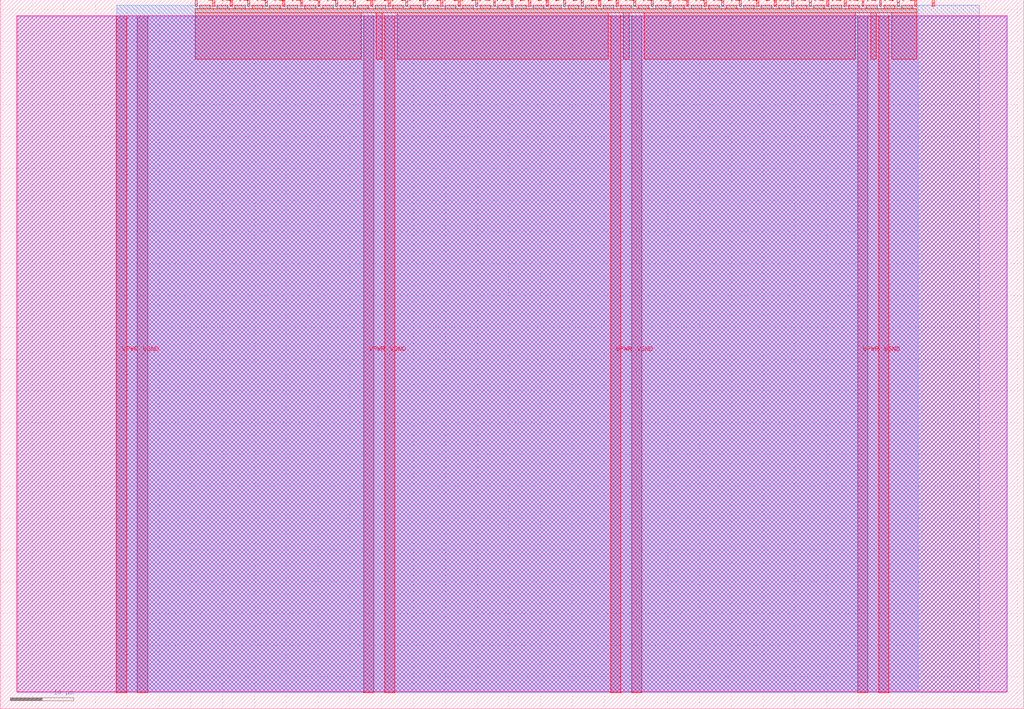
<source format=lef>
VERSION 5.7 ;
  NOWIREEXTENSIONATPIN ON ;
  DIVIDERCHAR "/" ;
  BUSBITCHARS "[]" ;
MACRO tt_um_sc_bipolar_qif_neuron
  CLASS BLOCK ;
  FOREIGN tt_um_sc_bipolar_qif_neuron ;
  ORIGIN 0.000 0.000 ;
  SIZE 161.000 BY 111.520 ;
  PIN VGND
    DIRECTION INOUT ;
    USE GROUND ;
    PORT
      LAYER met4 ;
        RECT 21.580 2.480 23.180 109.040 ;
    END
    PORT
      LAYER met4 ;
        RECT 60.450 2.480 62.050 109.040 ;
    END
    PORT
      LAYER met4 ;
        RECT 99.320 2.480 100.920 109.040 ;
    END
    PORT
      LAYER met4 ;
        RECT 138.190 2.480 139.790 109.040 ;
    END
  END VGND
  PIN VPWR
    DIRECTION INOUT ;
    USE POWER ;
    PORT
      LAYER met4 ;
        RECT 18.280 2.480 19.880 109.040 ;
    END
    PORT
      LAYER met4 ;
        RECT 57.150 2.480 58.750 109.040 ;
    END
    PORT
      LAYER met4 ;
        RECT 96.020 2.480 97.620 109.040 ;
    END
    PORT
      LAYER met4 ;
        RECT 134.890 2.480 136.490 109.040 ;
    END
  END VPWR
  PIN clk
    DIRECTION INPUT ;
    USE SIGNAL ;
    ANTENNAGATEAREA 0.852000 ;
    PORT
      LAYER met4 ;
        RECT 143.830 110.520 144.130 111.520 ;
    END
  END clk
  PIN ena
    DIRECTION INPUT ;
    USE SIGNAL ;
    PORT
      LAYER met4 ;
        RECT 146.590 110.520 146.890 111.520 ;
    END
  END ena
  PIN rst_n
    DIRECTION INPUT ;
    USE SIGNAL ;
    ANTENNAGATEAREA 0.196500 ;
    PORT
      LAYER met4 ;
        RECT 141.070 110.520 141.370 111.520 ;
    END
  END rst_n
  PIN ui_in[0]
    DIRECTION INPUT ;
    USE SIGNAL ;
    ANTENNAGATEAREA 0.196500 ;
    PORT
      LAYER met4 ;
        RECT 138.310 110.520 138.610 111.520 ;
    END
  END ui_in[0]
  PIN ui_in[1]
    DIRECTION INPUT ;
    USE SIGNAL ;
    ANTENNAGATEAREA 0.196500 ;
    PORT
      LAYER met4 ;
        RECT 135.550 110.520 135.850 111.520 ;
    END
  END ui_in[1]
  PIN ui_in[2]
    DIRECTION INPUT ;
    USE SIGNAL ;
    ANTENNAGATEAREA 0.196500 ;
    PORT
      LAYER met4 ;
        RECT 132.790 110.520 133.090 111.520 ;
    END
  END ui_in[2]
  PIN ui_in[3]
    DIRECTION INPUT ;
    USE SIGNAL ;
    ANTENNAGATEAREA 0.196500 ;
    PORT
      LAYER met4 ;
        RECT 130.030 110.520 130.330 111.520 ;
    END
  END ui_in[3]
  PIN ui_in[4]
    DIRECTION INPUT ;
    USE SIGNAL ;
    ANTENNAGATEAREA 0.196500 ;
    PORT
      LAYER met4 ;
        RECT 127.270 110.520 127.570 111.520 ;
    END
  END ui_in[4]
  PIN ui_in[5]
    DIRECTION INPUT ;
    USE SIGNAL ;
    ANTENNAGATEAREA 0.196500 ;
    PORT
      LAYER met4 ;
        RECT 124.510 110.520 124.810 111.520 ;
    END
  END ui_in[5]
  PIN ui_in[6]
    DIRECTION INPUT ;
    USE SIGNAL ;
    ANTENNAGATEAREA 0.196500 ;
    PORT
      LAYER met4 ;
        RECT 121.750 110.520 122.050 111.520 ;
    END
  END ui_in[6]
  PIN ui_in[7]
    DIRECTION INPUT ;
    USE SIGNAL ;
    ANTENNAGATEAREA 0.196500 ;
    PORT
      LAYER met4 ;
        RECT 118.990 110.520 119.290 111.520 ;
    END
  END ui_in[7]
  PIN uio_in[0]
    DIRECTION INPUT ;
    USE SIGNAL ;
    ANTENNAGATEAREA 0.196500 ;
    PORT
      LAYER met4 ;
        RECT 116.230 110.520 116.530 111.520 ;
    END
  END uio_in[0]
  PIN uio_in[1]
    DIRECTION INPUT ;
    USE SIGNAL ;
    PORT
      LAYER met4 ;
        RECT 113.470 110.520 113.770 111.520 ;
    END
  END uio_in[1]
  PIN uio_in[2]
    DIRECTION INPUT ;
    USE SIGNAL ;
    PORT
      LAYER met4 ;
        RECT 110.710 110.520 111.010 111.520 ;
    END
  END uio_in[2]
  PIN uio_in[3]
    DIRECTION INPUT ;
    USE SIGNAL ;
    PORT
      LAYER met4 ;
        RECT 107.950 110.520 108.250 111.520 ;
    END
  END uio_in[3]
  PIN uio_in[4]
    DIRECTION INPUT ;
    USE SIGNAL ;
    PORT
      LAYER met4 ;
        RECT 105.190 110.520 105.490 111.520 ;
    END
  END uio_in[4]
  PIN uio_in[5]
    DIRECTION INPUT ;
    USE SIGNAL ;
    PORT
      LAYER met4 ;
        RECT 102.430 110.520 102.730 111.520 ;
    END
  END uio_in[5]
  PIN uio_in[6]
    DIRECTION INPUT ;
    USE SIGNAL ;
    PORT
      LAYER met4 ;
        RECT 99.670 110.520 99.970 111.520 ;
    END
  END uio_in[6]
  PIN uio_in[7]
    DIRECTION INPUT ;
    USE SIGNAL ;
    PORT
      LAYER met4 ;
        RECT 96.910 110.520 97.210 111.520 ;
    END
  END uio_in[7]
  PIN uio_oe[0]
    DIRECTION OUTPUT ;
    USE SIGNAL ;
    PORT
      LAYER met4 ;
        RECT 49.990 110.520 50.290 111.520 ;
    END
  END uio_oe[0]
  PIN uio_oe[1]
    DIRECTION OUTPUT ;
    USE SIGNAL ;
    PORT
      LAYER met4 ;
        RECT 47.230 110.520 47.530 111.520 ;
    END
  END uio_oe[1]
  PIN uio_oe[2]
    DIRECTION OUTPUT ;
    USE SIGNAL ;
    PORT
      LAYER met4 ;
        RECT 44.470 110.520 44.770 111.520 ;
    END
  END uio_oe[2]
  PIN uio_oe[3]
    DIRECTION OUTPUT ;
    USE SIGNAL ;
    PORT
      LAYER met4 ;
        RECT 41.710 110.520 42.010 111.520 ;
    END
  END uio_oe[3]
  PIN uio_oe[4]
    DIRECTION OUTPUT ;
    USE SIGNAL ;
    PORT
      LAYER met4 ;
        RECT 38.950 110.520 39.250 111.520 ;
    END
  END uio_oe[4]
  PIN uio_oe[5]
    DIRECTION OUTPUT ;
    USE SIGNAL ;
    PORT
      LAYER met4 ;
        RECT 36.190 110.520 36.490 111.520 ;
    END
  END uio_oe[5]
  PIN uio_oe[6]
    DIRECTION OUTPUT ;
    USE SIGNAL ;
    PORT
      LAYER met4 ;
        RECT 33.430 110.520 33.730 111.520 ;
    END
  END uio_oe[6]
  PIN uio_oe[7]
    DIRECTION OUTPUT ;
    USE SIGNAL ;
    PORT
      LAYER met4 ;
        RECT 30.670 110.520 30.970 111.520 ;
    END
  END uio_oe[7]
  PIN uio_out[0]
    DIRECTION OUTPUT ;
    USE SIGNAL ;
    PORT
      LAYER met4 ;
        RECT 72.070 110.520 72.370 111.520 ;
    END
  END uio_out[0]
  PIN uio_out[1]
    DIRECTION OUTPUT ;
    USE SIGNAL ;
    PORT
      LAYER met4 ;
        RECT 69.310 110.520 69.610 111.520 ;
    END
  END uio_out[1]
  PIN uio_out[2]
    DIRECTION OUTPUT ;
    USE SIGNAL ;
    PORT
      LAYER met4 ;
        RECT 66.550 110.520 66.850 111.520 ;
    END
  END uio_out[2]
  PIN uio_out[3]
    DIRECTION OUTPUT ;
    USE SIGNAL ;
    PORT
      LAYER met4 ;
        RECT 63.790 110.520 64.090 111.520 ;
    END
  END uio_out[3]
  PIN uio_out[4]
    DIRECTION OUTPUT ;
    USE SIGNAL ;
    PORT
      LAYER met4 ;
        RECT 61.030 110.520 61.330 111.520 ;
    END
  END uio_out[4]
  PIN uio_out[5]
    DIRECTION OUTPUT ;
    USE SIGNAL ;
    PORT
      LAYER met4 ;
        RECT 58.270 110.520 58.570 111.520 ;
    END
  END uio_out[5]
  PIN uio_out[6]
    DIRECTION OUTPUT ;
    USE SIGNAL ;
    PORT
      LAYER met4 ;
        RECT 55.510 110.520 55.810 111.520 ;
    END
  END uio_out[6]
  PIN uio_out[7]
    DIRECTION OUTPUT ;
    USE SIGNAL ;
    ANTENNADIFFAREA 0.891000 ;
    PORT
      LAYER met4 ;
        RECT 52.750 110.520 53.050 111.520 ;
    END
  END uio_out[7]
  PIN uo_out[0]
    DIRECTION OUTPUT ;
    USE SIGNAL ;
    ANTENNADIFFAREA 0.891000 ;
    PORT
      LAYER met4 ;
        RECT 94.150 110.520 94.450 111.520 ;
    END
  END uo_out[0]
  PIN uo_out[1]
    DIRECTION OUTPUT ;
    USE SIGNAL ;
    ANTENNADIFFAREA 0.891000 ;
    PORT
      LAYER met4 ;
        RECT 91.390 110.520 91.690 111.520 ;
    END
  END uo_out[1]
  PIN uo_out[2]
    DIRECTION OUTPUT ;
    USE SIGNAL ;
    ANTENNADIFFAREA 0.891000 ;
    PORT
      LAYER met4 ;
        RECT 88.630 110.520 88.930 111.520 ;
    END
  END uo_out[2]
  PIN uo_out[3]
    DIRECTION OUTPUT ;
    USE SIGNAL ;
    ANTENNADIFFAREA 0.891000 ;
    PORT
      LAYER met4 ;
        RECT 85.870 110.520 86.170 111.520 ;
    END
  END uo_out[3]
  PIN uo_out[4]
    DIRECTION OUTPUT ;
    USE SIGNAL ;
    ANTENNADIFFAREA 0.891000 ;
    PORT
      LAYER met4 ;
        RECT 83.110 110.520 83.410 111.520 ;
    END
  END uo_out[4]
  PIN uo_out[5]
    DIRECTION OUTPUT ;
    USE SIGNAL ;
    ANTENNADIFFAREA 0.891000 ;
    PORT
      LAYER met4 ;
        RECT 80.350 110.520 80.650 111.520 ;
    END
  END uo_out[5]
  PIN uo_out[6]
    DIRECTION OUTPUT ;
    USE SIGNAL ;
    ANTENNADIFFAREA 0.891000 ;
    PORT
      LAYER met4 ;
        RECT 77.590 110.520 77.890 111.520 ;
    END
  END uo_out[6]
  PIN uo_out[7]
    DIRECTION OUTPUT ;
    USE SIGNAL ;
    ANTENNADIFFAREA 0.891000 ;
    PORT
      LAYER met4 ;
        RECT 74.830 110.520 75.130 111.520 ;
    END
  END uo_out[7]
  OBS
      LAYER nwell ;
        RECT 2.570 2.635 158.430 108.990 ;
      LAYER li1 ;
        RECT 2.760 2.635 158.240 108.885 ;
      LAYER met1 ;
        RECT 2.760 2.480 158.240 109.040 ;
      LAYER met2 ;
        RECT 18.310 2.535 154.000 110.685 ;
      LAYER met3 ;
        RECT 18.290 2.555 144.370 110.665 ;
      LAYER met4 ;
        RECT 31.370 110.120 33.030 110.665 ;
        RECT 34.130 110.120 35.790 110.665 ;
        RECT 36.890 110.120 38.550 110.665 ;
        RECT 39.650 110.120 41.310 110.665 ;
        RECT 42.410 110.120 44.070 110.665 ;
        RECT 45.170 110.120 46.830 110.665 ;
        RECT 47.930 110.120 49.590 110.665 ;
        RECT 50.690 110.120 52.350 110.665 ;
        RECT 53.450 110.120 55.110 110.665 ;
        RECT 56.210 110.120 57.870 110.665 ;
        RECT 58.970 110.120 60.630 110.665 ;
        RECT 61.730 110.120 63.390 110.665 ;
        RECT 64.490 110.120 66.150 110.665 ;
        RECT 67.250 110.120 68.910 110.665 ;
        RECT 70.010 110.120 71.670 110.665 ;
        RECT 72.770 110.120 74.430 110.665 ;
        RECT 75.530 110.120 77.190 110.665 ;
        RECT 78.290 110.120 79.950 110.665 ;
        RECT 81.050 110.120 82.710 110.665 ;
        RECT 83.810 110.120 85.470 110.665 ;
        RECT 86.570 110.120 88.230 110.665 ;
        RECT 89.330 110.120 90.990 110.665 ;
        RECT 92.090 110.120 93.750 110.665 ;
        RECT 94.850 110.120 96.510 110.665 ;
        RECT 97.610 110.120 99.270 110.665 ;
        RECT 100.370 110.120 102.030 110.665 ;
        RECT 103.130 110.120 104.790 110.665 ;
        RECT 105.890 110.120 107.550 110.665 ;
        RECT 108.650 110.120 110.310 110.665 ;
        RECT 111.410 110.120 113.070 110.665 ;
        RECT 114.170 110.120 115.830 110.665 ;
        RECT 116.930 110.120 118.590 110.665 ;
        RECT 119.690 110.120 121.350 110.665 ;
        RECT 122.450 110.120 124.110 110.665 ;
        RECT 125.210 110.120 126.870 110.665 ;
        RECT 127.970 110.120 129.630 110.665 ;
        RECT 130.730 110.120 132.390 110.665 ;
        RECT 133.490 110.120 135.150 110.665 ;
        RECT 136.250 110.120 137.910 110.665 ;
        RECT 139.010 110.120 140.670 110.665 ;
        RECT 141.770 110.120 143.430 110.665 ;
        RECT 30.655 109.440 144.145 110.120 ;
        RECT 30.655 102.175 56.750 109.440 ;
        RECT 59.150 102.175 60.050 109.440 ;
        RECT 62.450 102.175 95.620 109.440 ;
        RECT 98.020 102.175 98.920 109.440 ;
        RECT 101.320 102.175 134.490 109.440 ;
        RECT 136.890 102.175 137.790 109.440 ;
        RECT 140.190 102.175 144.145 109.440 ;
  END
END tt_um_sc_bipolar_qif_neuron
END LIBRARY


</source>
